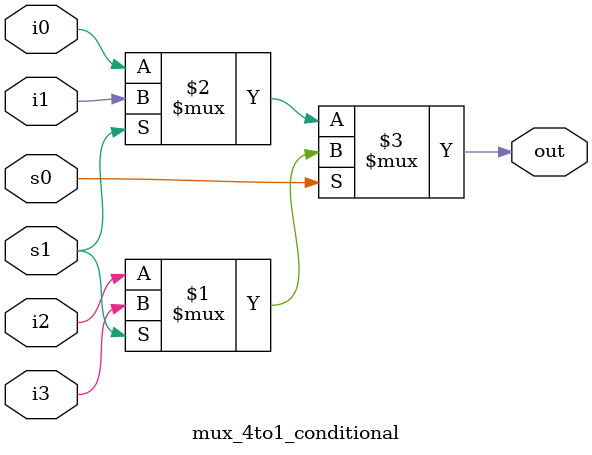
<source format=v>
`timescale 1ns / 1ps
module mux_4to1_conditional (i0,i1,i2,i3,s0,s1,out);

input i0,i1,i2,i3,s0,s1;	
output out; 
assign out = s0 ? (s1 ? i3:i2) : (s1 ? i1:i0);

endmodule

</source>
